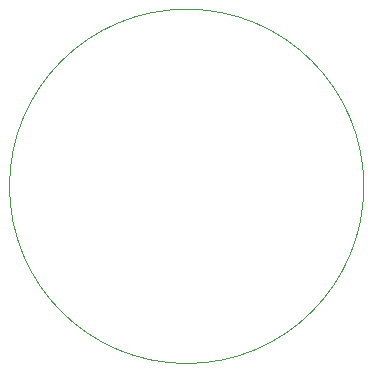
<source format=gbr>
%TF.GenerationSoftware,KiCad,Pcbnew,8.0.0*%
%TF.CreationDate,2024-03-10T03:06:54-05:00*%
%TF.ProjectId,Flashlight,466c6173-686c-4696-9768-742e6b696361,1.0*%
%TF.SameCoordinates,Original*%
%TF.FileFunction,Profile,NP*%
%FSLAX46Y46*%
G04 Gerber Fmt 4.6, Leading zero omitted, Abs format (unit mm)*
G04 Created by KiCad (PCBNEW 8.0.0) date 2024-03-10 03:06:54*
%MOMM*%
%LPD*%
G01*
G04 APERTURE LIST*
%TA.AperFunction,Profile*%
%ADD10C,0.100000*%
%TD*%
G04 APERTURE END LIST*
D10*
X129880000Y-64810000D02*
G75*
G02*
X99880000Y-64810000I-15000000J0D01*
G01*
X99880000Y-64810000D02*
G75*
G02*
X129880000Y-64810000I15000000J0D01*
G01*
M02*

</source>
